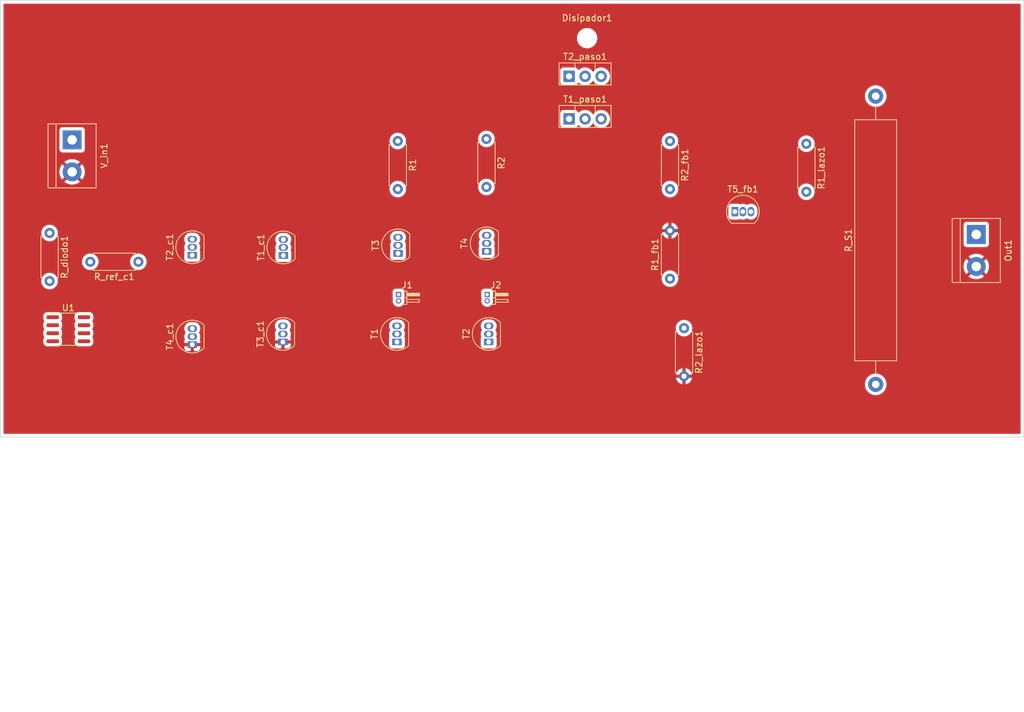
<source format=kicad_pcb>
(kicad_pcb (version 20211014) (generator pcbnew)
  (layers (0 "F.Cu" signal) (31 "B.Cu" signal) (34 "B.Paste" user) (35 "F.Paste" user) (36 "B.SilkS" user "B.Silkscreen") (37 "F.SilkS" user "F.Silkscreen") (38 "B.Mask" user) (39 "F.Mask" user) (44 "Edge.Cuts" user))
  (net 0 "")
  (net 1 "GND")
  (net 2 "Net-(J1-Pad1)")
  (net 3 "Net-(J1-Pad2)")
  (net 4 "Net-(J2-Pad1)")
  (net 5 "Net-(J2-Pad2)")
  (net 6 "Net-(R2_fb1-Pad1)")
  (net 7 "Net-(R1-Pad1)")
  (net 8 "Net-(R1-Pad2)")
  (net 9 "Net-(R1_fb1-Pad1)")
  (net 10 "Net-(R1_lazo1-Pad1)")
  (net 11 "Net-(R1_lazo1-Pad2)")
  (net 12 "Net-(T1-Pad2)")
  (net 13 "Net-(R2-Pad2)")
  (net 14 "Net-(T1-Pad1)")
  (net 15 "Net-(T1_c1-Pad1)")
  (net 16 "Net-(U1-Pad1)")
  (net 17 "Net-(R_ref_c1-Pad1)")
  (net 18 "Net-(R_ref_c1-Pad2)")
  (net 19 "Net-(T1_paso1-Pad2)")
  (net 20 "Net-(T2_c1-Pad1)")
  (footprint "Package_TO_SOT_THT:TO-92_Inline" (layer "F.Cu") (at 203.21 115.24)
    (fp_text reference "T5_fb1" (at 1.27 -3.56) (layer "F.SilkS"))
    (fp_text value "2N3904")
    (fp_line (start -0.53 1.85) (end 3.07 1.85) (layer "F.SilkS") (width 0.12))
    (fp_arc (start 1.27 -2.6) (mid 3.672087 -0.994977) (end 3.108478 1.838478) (layer "F.SilkS") (width 0.12))
    (fp_arc (start -0.568478 1.838478) (mid -1.132087 -0.994977) (end 1.27 -2.6) (layer "F.SilkS") (width 0.12))
    (pad "1" thru_hole rect (at 0 0) (size 1.05 1.5) (drill 0.75) (layers *.Cu *.Mask) (net 10 "Net-(R1_lazo1-Pad1)"))
    (pad "2" thru_hole oval (at 1.27 0) (size 1.05 1.5) (drill 0.75) (layers *.Cu *.Mask) (net 9 "Net-(R1_fb1-Pad1)"))
    (pad "3" thru_hole oval (at 2.54 0) (size 1.05 1.5) (drill 0.75) (layers *.Cu *.Mask) (net 4 "Net-(J2-Pad1)"))
  )
  (footprint "Package_TO_SOT_THT:TO-92_Inline" (layer "F.Cu") (at 163.87 121.54 90)
    (fp_text reference "T4" (at 1.27 -3.56 90) (layer "F.SilkS"))
    (fp_text value "2N3906")
    (fp_line (start -0.53 1.85) (end 3.07 1.85) (layer "F.SilkS") (width 0.12))
    (fp_arc (start -0.568478 1.838478) (mid -1.132087 -0.994977) (end 1.27 -2.6) (layer "F.SilkS") (width 0.12))
    (fp_arc (start 1.27 -2.6) (mid 3.672087 -0.994977) (end 3.108478 1.838478) (layer "F.SilkS") (width 0.12))
    (pad "1" thru_hole rect (at 0 0 90) (size 1.05 1.5) (drill 0.75) (layers *.Cu *.Mask) (net 13 "Net-(R2-Pad2)"))
    (pad "2" thru_hole oval (at 1.27 0 90) (size 1.05 1.5) (drill 0.75) (layers *.Cu *.Mask) (net 2 "Net-(J1-Pad1)"))
    (pad "3" thru_hole oval (at 2.54 0 90) (size 1.05 1.5) (drill 0.75) (layers *.Cu *.Mask) (net 4 "Net-(J2-Pad1)"))
  )
  (footprint "TerminalBlock:TerminalBlock_bornier-2_P5.08mm" (layer "F.Cu") (at 241.47 118.86 -90)
    (fp_text reference "Out1" (at 2.54 -5.08 90) (layer "F.SilkS"))
    (fp_text value "Conn_01x02_Female")
    (fp_line (start 7.62 3.81) (end 7.62 -3.81) (layer "F.SilkS") (width 0.12))
    (fp_line (start 7.62 2.54) (end -2.54 2.54) (layer "F.SilkS") (width 0.12))
    (fp_line (start -2.54 3.81) (end 7.62 3.81) (layer "F.SilkS") (width 0.12))
    (fp_line (start 7.62 -3.81) (end -2.54 -3.81) (layer "F.SilkS") (width 0.12))
    (fp_line (start -2.54 -3.81) (end -2.54 3.81) (layer "F.SilkS") (width 0.12))
    (pad "1" thru_hole rect (at 0 0 270) (size 3 3) (drill 1.52) (layers *.Cu *.Mask) (net 10 "Net-(R1_lazo1-Pad1)"))
    (pad "2" thru_hole circle (at 5.08 0 270) (size 3 3) (drill 1.52) (layers *.Cu *.Mask) (net 1 "GND"))
  )
  (footprint "Resistor_THT:R_Axial_Power_L38.0mm_W6.4mm_P45.72mm" (layer "F.Cu") (at 225.53 142.64 90)
    (fp_text reference "R_S1" (at 22.86 -4.32 90) (layer "F.SilkS"))
    (fp_text value "2")
    (fp_line (start 44.28 0) (end 41.98 0) (layer "F.SilkS") (width 0.12))
    (fp_line (start 41.98 -3.32) (end 3.74 -3.32) (layer "F.SilkS") (width 0.12))
    (fp_line (start 3.74 -3.32) (end 3.74 3.32) (layer "F.SilkS") (width 0.12))
    (fp_line (start 3.74 3.32) (end 41.98 3.32) (layer "F.SilkS") (width 0.12))
    (fp_line (start 41.98 3.32) (end 41.98 -3.32) (layer "F.SilkS") (width 0.12))
    (fp_line (start 1.44 0) (end 3.74 0) (layer "F.SilkS") (width 0.12))
    (pad "1" thru_hole circle (at 0 0 90) (size 2.4 2.4) (drill 1.2) (layers *.Cu *.Mask) (net 6 "Net-(R2_fb1-Pad1)"))
    (pad "2" thru_hole oval (at 45.72 0 90) (size 2.4 2.4) (drill 1.2) (layers *.Cu *.Mask) (net 10 "Net-(R1_lazo1-Pad1)"))
  )
  (footprint "Package_TO_SOT_THT:TO-92_Inline" (layer "F.Cu") (at 131.64 122.19 90)
    (fp_text reference "T1_c1" (at 1.27 -3.56 90) (layer "F.SilkS"))
    (fp_text value "2N3904")
    (fp_line (start -0.53 1.85) (end 3.07 1.85) (layer "F.SilkS") (width 0.12))
    (fp_arc (start -0.568478 1.838478) (mid -1.132087 -0.994977) (end 1.27 -2.6) (layer "F.SilkS") (width 0.12))
    (fp_arc (start 1.27 -2.6) (mid 3.672087 -0.994977) (end 3.108478 1.838478) (layer "F.SilkS") (width 0.12))
    (pad "1" thru_hole rect (at 0 0 90) (size 1.05 1.5) (drill 0.75) (layers *.Cu *.Mask) (net 15 "Net-(T1_c1-Pad1)"))
    (pad "2" thru_hole oval (at 1.27 0 90) (size 1.05 1.5) (drill 0.75) (layers *.Cu *.Mask) (net 18 "Net-(R_ref_c1-Pad2)"))
    (pad "3" thru_hole oval (at 2.54 0 90) (size 1.05 1.5) (drill 0.75) (layers *.Cu *.Mask) (net 14 "Net-(T1-Pad1)"))
  )
  (footprint "Resistor_THT:R_Axial_DIN0207_L6.3mm_D2.5mm_P7.62mm_Horizontal" (layer "F.Cu") (at 192.92 125.87 90)
    (fp_text reference "R1_fb1" (at 3.81 -2.37 90) (layer "F.SilkS"))
    (fp_text value "2.32K")
    (fp_line (start 0.54 1.04) (end 0.54 1.37) (layer "F.SilkS") (width 0.12))
    (fp_line (start 7.08 -1.37) (end 7.08 -1.04) (layer "F.SilkS") (width 0.12))
    (fp_line (start 0.54 1.37) (end 7.08 1.37) (layer "F.SilkS") (width 0.12))
    (fp_line (start 7.08 1.37) (end 7.08 1.04) (layer "F.SilkS") (width 0.12))
    (fp_line (start 0.54 -1.04) (end 0.54 -1.37) (layer "F.SilkS") (width 0.12))
    (fp_line (start 0.54 -1.37) (end 7.08 -1.37) (layer "F.SilkS") (width 0.12))
    (pad "1" thru_hole circle (at 0 0 90) (size 1.6 1.6) (drill 0.8) (layers *.Cu *.Mask) (net 9 "Net-(R1_fb1-Pad1)"))
    (pad "2" thru_hole oval (at 7.62 0 90) (size 1.6 1.6) (drill 0.8) (layers *.Cu *.Mask) (net 1 "GND"))
  )
  (footprint "Package_TO_SOT_THT:TO-126-3_Vertical" (layer "F.Cu") (at 176.93 93.775)
    (fp_text reference "T2_paso1" (at 2.54 -3.12) (layer "F.SilkS"))
    (fp_text value "BD136")
    (fp_line (start -1.58 -2.12) (end -1.58 1.37) (layer "F.SilkS") (width 0.12))
    (fp_line (start 0.94 1.05) (end 0.94 1.37) (layer "F.SilkS") (width 0.12))
    (fp_line (start 4.141 0.54) (end 4.141 1.37) (layer "F.SilkS") (width 0.12))
    (fp_line (start 4.141 -2.12) (end 4.141 -0.54) (layer "F.SilkS") (width 0.12))
    (fp_line (start 0.94 -2.12) (end 0.94 -1.05) (layer "F.SilkS") (width 0.12))
    (fp_line (start -1.58 1.37) (end 6.66 1.37) (layer "F.SilkS") (width 0.12))
    (fp_line (start -1.58 -2.12) (end 6.66 -2.12) (layer "F.SilkS") (width 0.12))
    (fp_line (start 6.66 -2.12) (end 6.66 1.37) (layer "F.SilkS") (width 0.12))
    (pad "1" thru_hole rect (at 0 0) (size 1.8 1.8) (drill 1) (layers *.Cu *.Mask) (net 7 "Net-(R1-Pad1)"))
    (pad "2" thru_hole oval (at 2.54 0) (size 1.8 1.8) (drill 1) (layers *.Cu *.Mask) (net 6 "Net-(R2_fb1-Pad1)"))
    (pad "3" thru_hole oval (at 5.08 0) (size 1.8 1.8) (drill 1) (layers *.Cu *.Mask) (net 19 "Net-(T1_paso1-Pad2)"))
  )
  (footprint "Resistor_THT:R_Axial_DIN0207_L6.3mm_D2.5mm_P7.62mm_Horizontal" (layer "F.Cu") (at 214.54 104.47 -90)
    (fp_text reference "R1_lazo1" (at 3.81 -2.37 90) (layer "F.SilkS"))
    (fp_text value "100K")
    (fp_line (start 0.54 -1.37) (end 7.08 -1.37) (layer "F.SilkS") (width 0.12))
    (fp_line (start 7.08 1.37) (end 7.08 1.04) (layer "F.SilkS") (width 0.12))
    (fp_line (start 0.54 1.37) (end 7.08 1.37) (layer "F.SilkS") (width 0.12))
    (fp_line (start 7.08 -1.37) (end 7.08 -1.04) (layer "F.SilkS") (width 0.12))
    (fp_line (start 0.54 -1.04) (end 0.54 -1.37) (layer "F.SilkS") (width 0.12))
    (fp_line (start 0.54 1.04) (end 0.54 1.37) (layer "F.SilkS") (width 0.12))
    (pad "1" thru_hole circle (at 0 0 270) (size 1.6 1.6) (drill 0.8) (layers *.Cu *.Mask) (net 10 "Net-(R1_lazo1-Pad1)"))
    (pad "2" thru_hole oval (at 7.62 0 270) (size 1.6 1.6) (drill 0.8) (layers *.Cu *.Mask) (net 11 "Net-(R1_lazo1-Pad2)"))
  )
  (footprint "Package_TO_SOT_THT:TO-92_Inline" (layer "F.Cu") (at 149.82 121.86 90)
    (fp_text reference "T3" (at 1.27 -3.56 90) (layer "F.SilkS"))
    (fp_text value "2N3906")
    (fp_line (start -0.53 1.85) (end 3.07 1.85) (layer "F.SilkS") (width 0.12))
    (fp_arc (start -0.568478 1.838478) (mid -1.132087 -0.994977) (end 1.27 -2.6) (layer "F.SilkS") (width 0.12))
    (fp_arc (start 1.27 -2.6) (mid 3.672087 -0.994977) (end 3.108478 1.838478) (layer "F.SilkS") (width 0.12))
    (pad "1" thru_hole rect (at 0 0 90) (size 1.05 1.5) (drill 0.75) (layers *.Cu *.Mask) (net 8 "Net-(R1-Pad2)"))
    (pad "2" thru_hole oval (at 1.27 0 90) (size 1.05 1.5) (drill 0.75) (layers *.Cu *.Mask) (net 2 "Net-(J1-Pad1)"))
    (pad "3" thru_hole oval (at 2.54 0 90) (size 1.05 1.5) (drill 0.75) (layers *.Cu *.Mask) (net 2 "Net-(J1-Pad1)"))
  )
  (footprint "Resistor_THT:R_Axial_DIN0207_L6.3mm_D2.5mm_P7.62mm_Horizontal" (layer "F.Cu") (at 149.78 104.04 -90)
    (fp_text reference "R1" (at 3.81 -2.37 90) (layer "F.SilkS"))
    (fp_text value "2.2K")
    (fp_line (start 7.08 -1.37) (end 7.08 -1.04) (layer "F.SilkS") (width 0.12))
    (fp_line (start 0.54 -1.04) (end 0.54 -1.37) (layer "F.SilkS") (width 0.12))
    (fp_line (start 0.54 -1.37) (end 7.08 -1.37) (layer "F.SilkS") (width 0.12))
    (fp_line (start 7.08 1.37) (end 7.08 1.04) (layer "F.SilkS") (width 0.12))
    (fp_line (start 0.54 1.04) (end 0.54 1.37) (layer "F.SilkS") (width 0.12))
    (fp_line (start 0.54 1.37) (end 7.08 1.37) (layer "F.SilkS") (width 0.12))
    (pad "1" thru_hole circle (at 0 0 270) (size 1.6 1.6) (drill 0.8) (layers *.Cu *.Mask) (net 7 "Net-(R1-Pad1)"))
    (pad "2" thru_hole oval (at 7.62 0 270) (size 1.6 1.6) (drill 0.8) (layers *.Cu *.Mask) (net 8 "Net-(R1-Pad2)"))
  )
  (footprint "Connector_PinHeader_1.00mm:PinHeader_1x02_P1.00mm_Horizontal" (layer "F.Cu") (at 149.9 128.39)
    (fp_text reference "J1" (at 1.375 -1.5) (layer "F.SilkS"))
    (fp_text value "Conn_01x02_Male")
    (fp_line (start 1.31 -0.15) (end 3.31 -0.15) (layer "F.SilkS") (width 0.12))
    (fp_line (start 0.685 -0.56) (end 1.31 -0.56) (layer "F.SilkS") (width 0.12))
    (fp_line (start 3.31 0.79) (end 3.31 1.21) (layer "F.SilkS") (width 0.12))
    (fp_line (start -0.685 0) (end -0.685 -0.685) (layer "F.SilkS") (width 0.12))
    (fp_line (start -0.685 -0.685) (end 0 -0.685) (layer "F.SilkS") (width 0.12))
    (fp_line (start 1.31 -0.21) (end 3.31 -0.21) (layer "F.SilkS") (width 0.12))
    (fp_line (start 3.31 -0.21) (end 3.31 0.21) (layer "F.SilkS") (width 0.12))
    (fp_line (start 1.31 1.56) (end 0.394493 1.56) (layer "F.SilkS") (width 0.12))
    (fp_line (start 3.31 1.21) (end 1.31 1.21) (layer "F.SilkS") (width 0.12))
    (fp_line (start 1.31 0.09) (end 3.31 0.09) (layer "F.SilkS") (width 0.12))
    (fp_line (start 1.31 -0.56) (end 1.31 1.56) (layer "F.SilkS") (width 0.12))
    (fp_line (start 0.685 0.5) (end 1.31 0.5) (layer "F.SilkS") (width 0.12))
    (fp_line (start 1.31 -0.03) (end 3.31 -0.03) (layer "F.SilkS") (width 0.12))
    (fp_line (start 1.31 0.79) (end 3.31 0.79) (layer "F.SilkS") (width 0.12))
    (fp_line (start 3.31 0.21) (end 1.31 0.21) (layer "F.SilkS") (width 0.12))
    (pad "1" thru_hole rect (at 0 0) (size 0.85 0.85) (drill 0.5) (layers *.Cu *.Mask) (net 2 "Net-(J1-Pad1)"))
    (pad "2" thru_hole oval (at 0 1) (size 0.85 0.85) (drill 0.5) (layers *.Cu *.Mask) (net 3 "Net-(J1-Pad2)"))
  )
  (footprint "Connector_PinHeader_1.00mm:PinHeader_1x02_P1.00mm_Horizontal" (layer "F.Cu") (at 163.95 128.39)
    (fp_text reference "J2" (at 1.375 -1.5) (layer "F.SilkS"))
    (fp_text value "Conn_01x02_Male")
    (fp_line (start 0.685 -0.56) (end 1.31 -0.56) (layer "F.SilkS") (width 0.12))
    (fp_line (start 1.31 1.56) (end 0.394493 1.56) (layer "F.SilkS") (width 0.12))
    (fp_line (start -0.685 -0.685) (end 0 -0.685) (layer "F.SilkS") (width 0.12))
    (fp_line (start -0.685 0) (end -0.685 -0.685) (layer "F.SilkS") (width 0.12))
    (fp_line (start 3.31 0.21) (end 1.31 0.21) (layer "F.SilkS") (width 0.12))
    (fp_line (start 1.31 -0.03) (end 3.31 -0.03) (layer "F.SilkS") (width 0.12))
    (fp_line (start 0.685 0.5) (end 1.31 0.5) (layer "F.SilkS") (width 0.12))
    (fp_line (start 1.31 -0.56) (end 1.31 1.56) (layer "F.SilkS") (width 0.12))
    (fp_line (start 1.31 -0.15) (end 3.31 -0.15) (layer "F.SilkS") (width 0.12))
    (fp_line (start 1.31 0.79) (end 3.31 0.79) (layer "F.SilkS") (width 0.12))
    (fp_line (start 1.31 0.09) (end 3.31 0.09) (layer "F.SilkS") (width 0.12))
    (fp_line (start 3.31 0.79) (end 3.31 1.21) (layer "F.SilkS") (width 0.12))
    (fp_line (start 3.31 1.21) (end 1.31 1.21) (layer "F.SilkS") (width 0.12))
    (fp_line (start 1.31 -0.21) (end 3.31 -0.21) (layer "F.SilkS") (width 0.12))
    (fp_line (start 3.31 -0.21) (end 3.31 0.21) (layer "F.SilkS") (width 0.12))
    (pad "1" thru_hole rect (at 0 0) (size 0.85 0.85) (drill 0.5) (layers *.Cu *.Mask) (net 4 "Net-(J2-Pad1)"))
    (pad "2" thru_hole oval (at 0 1) (size 0.85 0.85) (drill 0.5) (layers *.Cu *.Mask) (net 5 "Net-(J2-Pad2)"))
  )
  (footprint "Resistor_THT:R_Axial_DIN0207_L6.3mm_D2.5mm_P7.62mm_Horizontal" (layer "F.Cu") (at 163.83 103.71 -90)
    (fp_text reference "R2" (at 3.81 -2.37 90) (layer "F.SilkS"))
    (fp_text value "2.2K")
    (fp_line (start 7.08 1.37) (end 7.08 1.04) (layer "F.SilkS") (width 0.12))
    (fp_line (start 0.54 -1.04) (end 0.54 -1.37) (layer "F.SilkS") (width 0.12))
    (fp_line (start 0.54 -1.37) (end 7.08 -1.37) (layer "F.SilkS") (width 0.12))
    (fp_line (start 7.08 -1.37) (end 7.08 -1.04) (layer "F.SilkS") (width 0.12))
    (fp_line (start 0.54 1.04) (end 0.54 1.37) (layer "F.SilkS") (width 0.12))
    (fp_line (start 0.54 1.37) (end 7.08 1.37) (layer "F.SilkS") (width 0.12))
    (pad "1" thru_hole circle (at 0 0 270) (size 1.6 1.6) (drill 0.8) (layers *.Cu *.Mask) (net 7 "Net-(R1-Pad1)"))
    (pad "2" thru_hole oval (at 7.62 0 270) (size 1.6 1.6) (drill 0.8) (layers *.Cu *.Mask) (net 13 "Net-(R2-Pad2)"))
  )
  (footprint "Package_TO_SOT_THT:TO-126-3_Vertical" (layer "F.Cu") (at 176.93 100.525)
    (fp_text reference "T1_paso1" (at 2.54 -3.12) (layer "F.SilkS"))
    (fp_text value "BD135")
    (fp_line (start -1.58 -2.12) (end 6.66 -2.12) (layer "F.SilkS") (width 0.12))
    (fp_line (start 6.66 -2.12) (end 6.66 1.37) (layer "F.SilkS") (width 0.12))
    (fp_line (start -1.58 -2.12) (end -1.58 1.37) (layer "F.SilkS") (width 0.12))
    (fp_line (start 4.141 -2.12) (end 4.141 -0.54) (layer "F.SilkS") (width 0.12))
    (fp_line (start 0.94 -2.12) (end 0.94 -1.05) (layer "F.SilkS") (width 0.12))
    (fp_line (start 0.94 1.05) (end 0.94 1.37) (layer "F.SilkS") (width 0.12))
    (fp_line (start 4.141 0.54) (end 4.141 1.37) (layer "F.SilkS") (width 0.12))
    (fp_line (start -1.58 1.37) (end 6.66 1.37) (layer "F.SilkS") (width 0.12))
    (pad "1" thru_hole rect (at 0 0) (size 1.8 1.8) (drill 1) (layers *.Cu *.Mask) (net 6 "Net-(R2_fb1-Pad1)"))
    (pad "2" thru_hole oval (at 2.54 0) (size 1.8 1.8) (drill 1) (layers *.Cu *.Mask) (net 19 "Net-(T1_paso1-Pad2)"))
    (pad "3" thru_hole oval (at 5.08 0) (size 1.8 1.8) (drill 1) (layers *.Cu *.Mask) (net 4 "Net-(J2-Pad1)"))
  )
  (footprint "Package_TO_SOT_THT:TO-92_Inline" (layer "F.Cu") (at 164.19 135.91 90)
    (fp_text reference "T2" (at 1.27 -3.56 90) (layer "F.SilkS"))
    (fp_text value "2N3904")
    (fp_line (start -0.53 1.85) (end 3.07 1.85) (layer "F.SilkS") (width 0.12))
    (fp_arc (start -0.568478 1.838478) (mid -1.132087 -0.994977) (end 1.27 -2.6) (layer "F.SilkS") (width 0.12))
    (fp_arc (start 1.27 -2.6) (mid 3.672087 -0.994977) (end 3.108478 1.838478) (layer "F.SilkS") (width 0.12))
    (pad "1" thru_hole rect (at 0 0 90) (size 1.05 1.5) (drill 0.75) (layers *.Cu *.Mask) (net 14 "Net-(T1-Pad1)"))
    (pad "2" thru_hole oval (at 1.27 0 90) (size 1.05 1.5) (drill 0.75) (layers *.Cu *.Mask) (net 11 "Net-(R1_lazo1-Pad2)"))
    (pad "3" thru_hole oval (at 2.54 0 90) (size 1.05 1.5) (drill 0.75) (layers *.Cu *.Mask) (net 5 "Net-(J2-Pad2)"))
  )
  (footprint "Package_TO_SOT_THT:TO-92_Inline" (layer "F.Cu") (at 131.57 135.91 90)
    (fp_text reference "T3_c1" (at 1.27 -3.56 90) (layer "F.SilkS"))
    (fp_text value "2N3904")
    (fp_line (start -0.53 1.85) (end 3.07 1.85) (layer "F.SilkS") (width 0.12))
    (fp_arc (start 1.27 -2.6) (mid 3.672087 -0.994977) (end 3.108478 1.838478) (layer "F.SilkS") (width 0.12))
    (fp_arc (start -0.568478 1.838478) (mid -1.132087 -0.994977) (end 1.27 -2.6) (layer "F.SilkS") (width 0.12))
    (pad "1" thru_hole rect (at 0 0 90) (size 1.05 1.5) (drill 0.75) (layers *.Cu *.Mask) (net 1 "GND"))
    (pad "2" thru_hole oval (at 1.27 0 90) (size 1.05 1.5) (drill 0.75) (layers *.Cu *.Mask) (net 20 "Net-(T2_c1-Pad1)"))
    (pad "3" thru_hole oval (at 2.54 0 90) (size 1.05 1.5) (drill 0.75) (layers *.Cu *.Mask) (net 15 "Net-(T1_c1-Pad1)"))
  )
  (footprint "Resistor_THT:R_Axial_DIN0207_L6.3mm_D2.5mm_P7.62mm_Horizontal" (layer "F.Cu") (at 108.66 123.19 180)
    (fp_text reference "R_ref_c1" (at 3.81 -2.37) (layer "F.SilkS"))
    (fp_text value "3K")
    (fp_line (start 0.54 1.04) (end 0.54 1.37) (layer "F.SilkS") (width 0.12))
    (fp_line (start 0.54 -1.37) (end 7.08 -1.37) (layer "F.SilkS") (width 0.12))
    (fp_line (start 7.08 -1.37) (end 7.08 -1.04) (layer "F.SilkS") (width 0.12))
    (fp_line (start 7.08 1.37) (end 7.08 1.04) (layer "F.SilkS") (width 0.12))
    (fp_line (start 0.54 -1.04) (end 0.54 -1.37) (layer "F.SilkS") (width 0.12))
    (fp_line (start 0.54 1.37) (end 7.08 1.37) (layer "F.SilkS") (width 0.12))
    (pad "1" thru_hole circle (at 0 0 180) (size 1.6 1.6) (drill 0.8) (layers *.Cu *.Mask) (net 17 "Net-(R_ref_c1-Pad1)"))
    (pad "2" thru_hole oval (at 7.62 0 180) (size 1.6 1.6) (drill 0.8) (layers *.Cu *.Mask) (net 18 "Net-(R_ref_c1-Pad2)"))
  )
  (footprint "Resistor_THT:R_Axial_DIN0207_L6.3mm_D2.5mm_P7.62mm_Horizontal" (layer "F.Cu") (at 94.59 118.63 -90)
    (fp_text reference "R_diodo1" (at 3.81 -2.37 90) (layer "F.SilkS"))
    (fp_text value "2.3K")
    (fp_line (start 7.08 1.37) (end 7.08 1.04) (layer "F.SilkS") (width 0.12))
    (fp_line (start 0.54 1.37) (end 7.08 1.37) (layer "F.SilkS") (width 0.12))
    (fp_line (start 0.54 1.04) (end 0.54 1.37) (layer "F.SilkS") (width 0.12))
    (fp_line (start 7.08 -1.37) (end 7.08 -1.04) (layer "F.SilkS") (width 0.12))
    (fp_line (start 0.54 -1.04) (end 0.54 -1.37) (layer "F.SilkS") (width 0.12))
    (fp_line (start 0.54 -1.37) (end 7.08 -1.37) (layer "F.SilkS") (width 0.12))
    (pad "1" thru_hole circle (at 0 0 270) (size 1.6 1.6) (drill 0.8) (layers *.Cu *.Mask) (net 7 "Net-(R1-Pad1)"))
    (pad "2" thru_hole oval (at 7.62 0 270) (size 1.6 1.6) (drill 0.8) (layers *.Cu *.Mask) (net 16 "Net-(U1-Pad1)"))
  )
  (footprint "Package_TO_SOT_THT:TO-92_Inline" (layer "F.Cu") (at 149.65 135.91 90)
    (fp_text reference "T1" (at 1.27 -3.56 90) (layer "F.SilkS"))
    (fp_text value "2N3904")
    (fp_line (start -0.53 1.85) (end 3.07 1.85) (layer "F.SilkS") (width 0.12))
    (fp_arc (start 1.27 -2.6) (mid 3.672087 -0.994977) (end 3.108478 1.838478) (layer "F.SilkS") (width 0.12))
    (fp_arc (start -0.568478 1.838478) (mid -1.132087 -0.994977) (end 1.27 -2.6) (layer "F.SilkS") (width 0.12))
    (pad "1" thru_hole rect (at 0 0 90) (size 1.05 1.5) (drill 0.75) (layers *.Cu *.Mask) (net 14 "Net-(T1-Pad1)"))
    (pad "2" thru_hole oval (at 1.27 0 90) (size 1.05 1.5) (drill 0.75) (layers *.Cu *.Mask) (net 12 "Net-(T1-Pad2)"))
    (pad "3" thru_hole oval (at 2.54 0 90) (size 1.05 1.5) (drill 0.75) (layers *.Cu *.Mask) (net 3 "Net-(J1-Pad2)"))
  )
  (footprint "MountingHole:MountingHole_2.2mm_M2" (layer "F.Cu") (at 179.79 87.72)
    (fp_text reference "Disipador1" (at 0 -3.2) (layer "F.SilkS"))
    (fp_text value "Heatsink")
    (pad "" np_thru_hole circle (at 0 0) (size 2.2 2.2) (drill 2.2) (layers *.Cu *.Mask))
  )
  (footprint "Package_TO_SOT_THT:TO-92_Inline" (layer "F.Cu") (at 117.21 136.33 90)
    (fp_text reference "T4_c1" (at 1.27 -3.56 90) (layer "F.SilkS"))
    (fp_text value "2N3904")
    (fp_line (start -0.53 1.85) (end 3.07 1.85) (layer "F.SilkS") (width 0.12))
    (fp_arc (start -0.568478 1.838478) (mid -1.132087 -0.994977) (end 1.27 -2.6) (layer "F.SilkS") (width 0.12))
    (fp_arc (start 1.27 -2.6) (mid 3.672087 -0.994977) (end 3.108478 1.838478) (layer "F.SilkS") (width 0.12))
    (pad "1" thru_hole rect (at 0 0 90) (size 1.05 1.5) (drill 0.75) (layers *.Cu *.Mask) (net 1 "GND"))
    (pad "2" thru_hole oval (at 1.27 0 90) (size 1.05 1.5) (drill 0.75) (layers *.Cu *.Mask) (net 20 "Net-(T2_c1-Pad1)"))
    (pad "3" thru_hole oval (at 2.54 0 90) (size 1.05 1.5) (drill 0.75) (layers *.Cu *.Mask) (net 20 "Net-(T2_c1-Pad1)"))
  )
  (footprint "Resistor_THT:R_Axial_DIN0207_L6.3mm_D2.5mm_P7.62mm_Horizontal" (layer "F.Cu") (at 195.15 133.72 -90)
    (fp_text reference "R2_lazo1" (at 3.81 -2.37 90) (layer "F.SilkS"))
    (fp_text value "100K")
    (fp_line (start 0.54 -1.04) (end 0.54 -1.37) (layer "F.SilkS") (width 0.12))
    (fp_line (start 0.54 -1.37) (end 7.08 -1.37) (layer "F.SilkS") (width 0.12))
    (fp_line (start 7.08 -1.37) (end 7.08 -1.04) (layer "F.SilkS") (width 0.12))
    (fp_line (start 0.54 1.37) (end 7.08 1.37) (layer "F.SilkS") (width 0.12))
    (fp_line (start 7.08 1.37) (end 7.08 1.04) (layer "F.SilkS") (width 0.12))
    (fp_line (start 0.54 1.04) (end 0.54 1.37) (layer "F.SilkS") (width 0.12))
    (pad "1" thru_hole circle (at 0 0 270) (size 1.6 1.6) (drill 0.8) (layers *.Cu *.Mask) (net 11 "Net-(R1_lazo1-Pad2)"))
    (pad "2" thru_hole oval (at 7.62 0 270) (size 1.6 1.6) (drill 0.8) (layers *.Cu *.Mask) (net 1 "GND"))
  )
  (footprint "TerminalBlock:TerminalBlock_bornier-2_P5.08mm" (layer "F.Cu") (at 98.16 103.85 -90)
    (fp_text reference "V_in1" (at 2.54 -5.08 90) (layer "F.SilkS"))
    (fp_text value "9.5")
    (fp_line (start 7.62 2.54) (end -2.54 2.54) (layer "F.SilkS") (width 0.12))
    (fp_line (start 7.62 -3.81) (end -2.54 -3.81) (layer "F.SilkS") (width 0.12))
    (fp_line (start -2.54 3.81) (end 7.62 3.81) (layer "F.SilkS") (width 0.12))
    (fp_line (start 7.62 3.81) (end 7.62 -3.81) (layer "F.SilkS") (width 0.12))
    (fp_line (start -2.54 -3.81) (end -2.54 3.81) (layer "F.SilkS") (width 0.12))
    (pad "1" thru_hole rect (at 0 0 270) (size 3 3) (drill 1.52) (layers *.Cu *.Mask) (net 7 "Net-(R1-Pad1)"))
    (pad "2" thru_hole circle (at 5.08 0 270) (size 3 3) (drill 1.52) (layers *.Cu *.Mask) (net 1 "GND"))
  )
  (footprint "Resistor_THT:R_Axial_DIN0207_L6.3mm_D2.5mm_P7.62mm_Horizontal" (layer "F.Cu") (at 192.92 104.04 -90)
    (fp_text reference "R2_fb1" (at 3.81 -2.37 90) (layer "F.SilkS"))
    (fp_text value "1K")
    (fp_line (start 7.08 -1.37) (end 7.08 -1.04) (layer "F.SilkS") (width 0.12))
    (fp_line (start 0.54 1.04) (end 0.54 1.37) (layer "F.SilkS") (width 0.12))
    (fp_line (start 0.54 -1.37) (end 7.08 -1.37) (layer "F.SilkS") (width 0.12))
    (fp_line (start 0.54 1.37) (end 7.08 1.37) (layer "F.SilkS") (width 0.12))
    (fp_line (start 7.08 1.37) (end 7.08 1.04) (layer "F.SilkS") (width 0.12))
    (fp_line (start 0.54 -1.04) (end 0.54 -1.37) (layer "F.SilkS") (width 0.12))
    (pad "1" thru_hole circle (at 0 0 270) (size 1.6 1.6) (drill 0.8) (layers *.Cu *.Mask) (net 6 "Net-(R2_fb1-Pad1)"))
    (pad "2" thru_hole oval (at 7.62 0 270) (size 1.6 1.6) (drill 0.8) (layers *.Cu *.Mask) (net 9 "Net-(R1_fb1-Pad1)"))
  )
  (footprint "Package_TO_SOT_THT:TO-92_Inline" (layer "F.Cu") (at 117.2 122.15 90)
    (fp_text reference "T2_c1" (at 1.27 -3.56 90) (layer "F.SilkS"))
    (fp_text value "2N3904")
    (fp_line (start -0.53 1.85) (end 3.07 1.85) (layer "F.SilkS") (width 0.12))
    (fp_arc (start 1.27 -2.6) (mid 3.672087 -0.994977) (end 3.108478 1.838478) (layer "F.SilkS") (width 0.12))
    (fp_arc (start -0.568478 1.838478) (mid -1.132087 -0.994977) (end 1.27 -2.6) (layer "F.SilkS") (width 0.12))
    (pad "1" thru_hole rect (at 0 0 90) (size 1.05 1.5) (drill 0.75) (layers *.Cu *.Mask) (net 20 "Net-(T2_c1-Pad1)"))
    (pad "2" thru_hole oval (at 1.27 0 90) (size 1.05 1.5) (drill 0.75) (layers *.Cu *.Mask) (net 18 "Net-(R_ref_c1-Pad2)"))
    (pad "3" thru_hole oval (at 2.54 0 90) (size 1.05 1.5) (drill 0.75) (layers *.Cu *.Mask) (net 18 "Net-(R_ref_c1-Pad2)"))
  )
  (footprint "Package_SO:SOIC-8_3.9x4.9mm_P1.27mm" (layer "F.Cu") (at 97.56 133.89)
    (fp_text reference "U1" (at 0 -3.4) (layer "F.SilkS"))
    (fp_text value "TL431D")
    (fp_line (start 0 2.56) (end 1.95 2.56) (layer "F.SilkS") (width 0.12))
    (fp_line (start 0 -2.56) (end 1.95 -2.56) (layer "F.SilkS") (width 0.12))
    (fp_line (start 0 -2.56) (end -3.45 -2.56) (layer "F.SilkS") (width 0.12))
    (fp_line (start 0 2.56) (end -1.95 2.56) (layer "F.SilkS") (width 0.12))
    (pad "1" smd roundrect (at -2.475 -1.905) (size 1.95 0.6) (layers "F.Cu" "F.Paste" "F.Mask") (net 16 "Net-(U1-Pad1)"))
    (pad "2" smd roundrect (at -2.475 -0.635) (size 1.95 0.6) (layers "F.Cu" "F.Paste" "F.Mask") (net 17 "Net-(R_ref_c1-Pad1)"))
    (pad "3" smd roundrect (at -2.475 0.635) (size 1.95 0.6) (layers "F.Cu" "F.Paste" "F.Mask") (net 17 "Net-(R_ref_c1-Pad1)"))
    (pad "4" smd roundrect (at -2.475 1.905) (size 1.95 0.6) (layers "F.Cu" "F.Paste" "F.Mask"))
    (pad "5" smd roundrect (at 2.475 1.905) (size 1.95 0.6) (layers "F.Cu" "F.Paste" "F.Mask"))
    (pad "6" smd roundrect (at 2.475 0.635) (size 1.95 0.6) (layers "F.Cu" "F.Paste" "F.Mask") (net 17 "Net-(R_ref_c1-Pad1)"))
    (pad "7" smd roundrect (at 2.475 -0.635) (size 1.95 0.6) (layers "F.Cu" "F.Paste" "F.Mask") (net 17 "Net-(R_ref_c1-Pad1)"))
    (pad "8" smd roundrect (at 2.475 -1.905) (size 1.95 0.6) (layers "F.Cu" "F.Paste" "F.Mask") (net 12 "Net-(T1-Pad2)"))
  )
  (gr_rect (start 86.78 81.75) (end 249.01 150.99) (layer "Edge.Cuts") (width 0.1) (fill none))
  (zone (net 1) (net_name "GND") (layer "F.Cu") (connect_pads (clearance 0.508)) (min_thickness 0.254) (fill yes (thermal_gap 0.508) (thermal_bridge_width 0.508))
    (polygon (pts (xy 87.16 82) (xy 248.89 82) (xy 248.89 150.94) (xy 87 150.78) (xy 87 81.67)))
  )
)
</source>
